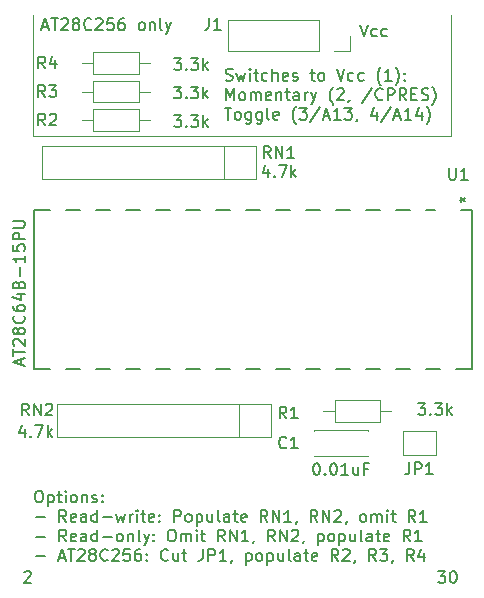
<source format=gto>
G04 #@! TF.GenerationSoftware,KiCad,Pcbnew,(5.1.8)-1*
G04 #@! TF.CreationDate,2021-12-18T01:10:41-08:00*
G04 #@! TF.ProjectId,ensoniq-cartridge,656e736f-6e69-4712-9d63-617274726964,rev?*
G04 #@! TF.SameCoordinates,Original*
G04 #@! TF.FileFunction,Legend,Top*
G04 #@! TF.FilePolarity,Positive*
%FSLAX46Y46*%
G04 Gerber Fmt 4.6, Leading zero omitted, Abs format (unit mm)*
G04 Created by KiCad (PCBNEW (5.1.8)-1) date 2021-12-18 01:10:41*
%MOMM*%
%LPD*%
G01*
G04 APERTURE LIST*
%ADD10C,0.150000*%
%ADD11C,0.120000*%
%ADD12C,0.152400*%
%ADD13R,1.524000X1.524000*%
%ADD14C,1.524000*%
%ADD15O,1.400000X1.400000*%
%ADD16C,1.400000*%
%ADD17C,1.600000*%
%ADD18C,0.100000*%
%ADD19R,1.270000X7.620000*%
%ADD20R,1.000000X1.500000*%
%ADD21O,1.700000X1.700000*%
%ADD22R,1.700000X1.700000*%
%ADD23R,1.600000X1.600000*%
%ADD24O,1.600000X1.600000*%
G04 APERTURE END LIST*
D10*
X103486628Y-77827166D02*
X103962819Y-77827166D01*
X103391390Y-78112880D02*
X103724723Y-77112880D01*
X104058057Y-78112880D01*
X104248533Y-77112880D02*
X104819961Y-77112880D01*
X104534247Y-78112880D02*
X104534247Y-77112880D01*
X105105676Y-77208119D02*
X105153295Y-77160500D01*
X105248533Y-77112880D01*
X105486628Y-77112880D01*
X105581866Y-77160500D01*
X105629485Y-77208119D01*
X105677104Y-77303357D01*
X105677104Y-77398595D01*
X105629485Y-77541452D01*
X105058057Y-78112880D01*
X105677104Y-78112880D01*
X106248533Y-77541452D02*
X106153295Y-77493833D01*
X106105676Y-77446214D01*
X106058057Y-77350976D01*
X106058057Y-77303357D01*
X106105676Y-77208119D01*
X106153295Y-77160500D01*
X106248533Y-77112880D01*
X106439009Y-77112880D01*
X106534247Y-77160500D01*
X106581866Y-77208119D01*
X106629485Y-77303357D01*
X106629485Y-77350976D01*
X106581866Y-77446214D01*
X106534247Y-77493833D01*
X106439009Y-77541452D01*
X106248533Y-77541452D01*
X106153295Y-77589071D01*
X106105676Y-77636690D01*
X106058057Y-77731928D01*
X106058057Y-77922404D01*
X106105676Y-78017642D01*
X106153295Y-78065261D01*
X106248533Y-78112880D01*
X106439009Y-78112880D01*
X106534247Y-78065261D01*
X106581866Y-78017642D01*
X106629485Y-77922404D01*
X106629485Y-77731928D01*
X106581866Y-77636690D01*
X106534247Y-77589071D01*
X106439009Y-77541452D01*
X107629485Y-78017642D02*
X107581866Y-78065261D01*
X107439009Y-78112880D01*
X107343771Y-78112880D01*
X107200914Y-78065261D01*
X107105676Y-77970023D01*
X107058057Y-77874785D01*
X107010438Y-77684309D01*
X107010438Y-77541452D01*
X107058057Y-77350976D01*
X107105676Y-77255738D01*
X107200914Y-77160500D01*
X107343771Y-77112880D01*
X107439009Y-77112880D01*
X107581866Y-77160500D01*
X107629485Y-77208119D01*
X108010438Y-77208119D02*
X108058057Y-77160500D01*
X108153295Y-77112880D01*
X108391390Y-77112880D01*
X108486628Y-77160500D01*
X108534247Y-77208119D01*
X108581866Y-77303357D01*
X108581866Y-77398595D01*
X108534247Y-77541452D01*
X107962819Y-78112880D01*
X108581866Y-78112880D01*
X109486628Y-77112880D02*
X109010438Y-77112880D01*
X108962819Y-77589071D01*
X109010438Y-77541452D01*
X109105676Y-77493833D01*
X109343771Y-77493833D01*
X109439009Y-77541452D01*
X109486628Y-77589071D01*
X109534247Y-77684309D01*
X109534247Y-77922404D01*
X109486628Y-78017642D01*
X109439009Y-78065261D01*
X109343771Y-78112880D01*
X109105676Y-78112880D01*
X109010438Y-78065261D01*
X108962819Y-78017642D01*
X110391390Y-77112880D02*
X110200914Y-77112880D01*
X110105676Y-77160500D01*
X110058057Y-77208119D01*
X109962819Y-77350976D01*
X109915200Y-77541452D01*
X109915200Y-77922404D01*
X109962819Y-78017642D01*
X110010438Y-78065261D01*
X110105676Y-78112880D01*
X110296152Y-78112880D01*
X110391390Y-78065261D01*
X110439009Y-78017642D01*
X110486628Y-77922404D01*
X110486628Y-77684309D01*
X110439009Y-77589071D01*
X110391390Y-77541452D01*
X110296152Y-77493833D01*
X110105676Y-77493833D01*
X110010438Y-77541452D01*
X109962819Y-77589071D01*
X109915200Y-77684309D01*
X111819961Y-78112880D02*
X111724723Y-78065261D01*
X111677104Y-78017642D01*
X111629485Y-77922404D01*
X111629485Y-77636690D01*
X111677104Y-77541452D01*
X111724723Y-77493833D01*
X111819961Y-77446214D01*
X111962819Y-77446214D01*
X112058057Y-77493833D01*
X112105676Y-77541452D01*
X112153295Y-77636690D01*
X112153295Y-77922404D01*
X112105676Y-78017642D01*
X112058057Y-78065261D01*
X111962819Y-78112880D01*
X111819961Y-78112880D01*
X112581866Y-77446214D02*
X112581866Y-78112880D01*
X112581866Y-77541452D02*
X112629485Y-77493833D01*
X112724723Y-77446214D01*
X112867580Y-77446214D01*
X112962819Y-77493833D01*
X113010438Y-77589071D01*
X113010438Y-78112880D01*
X113629485Y-78112880D02*
X113534247Y-78065261D01*
X113486628Y-77970023D01*
X113486628Y-77112880D01*
X113915200Y-77446214D02*
X114153295Y-78112880D01*
X114391390Y-77446214D02*
X114153295Y-78112880D01*
X114058057Y-78350976D01*
X114010438Y-78398595D01*
X113915200Y-78446214D01*
X119020276Y-82346161D02*
X119163133Y-82393780D01*
X119401228Y-82393780D01*
X119496466Y-82346161D01*
X119544085Y-82298542D01*
X119591704Y-82203304D01*
X119591704Y-82108066D01*
X119544085Y-82012828D01*
X119496466Y-81965209D01*
X119401228Y-81917590D01*
X119210752Y-81869971D01*
X119115514Y-81822352D01*
X119067895Y-81774733D01*
X119020276Y-81679495D01*
X119020276Y-81584257D01*
X119067895Y-81489019D01*
X119115514Y-81441400D01*
X119210752Y-81393780D01*
X119448847Y-81393780D01*
X119591704Y-81441400D01*
X119925038Y-81727114D02*
X120115514Y-82393780D01*
X120305990Y-81917590D01*
X120496466Y-82393780D01*
X120686942Y-81727114D01*
X121067895Y-82393780D02*
X121067895Y-81727114D01*
X121067895Y-81393780D02*
X121020276Y-81441400D01*
X121067895Y-81489019D01*
X121115514Y-81441400D01*
X121067895Y-81393780D01*
X121067895Y-81489019D01*
X121401228Y-81727114D02*
X121782180Y-81727114D01*
X121544085Y-81393780D02*
X121544085Y-82250923D01*
X121591704Y-82346161D01*
X121686942Y-82393780D01*
X121782180Y-82393780D01*
X122544085Y-82346161D02*
X122448847Y-82393780D01*
X122258371Y-82393780D01*
X122163133Y-82346161D01*
X122115514Y-82298542D01*
X122067895Y-82203304D01*
X122067895Y-81917590D01*
X122115514Y-81822352D01*
X122163133Y-81774733D01*
X122258371Y-81727114D01*
X122448847Y-81727114D01*
X122544085Y-81774733D01*
X122972657Y-82393780D02*
X122972657Y-81393780D01*
X123401228Y-82393780D02*
X123401228Y-81869971D01*
X123353609Y-81774733D01*
X123258371Y-81727114D01*
X123115514Y-81727114D01*
X123020276Y-81774733D01*
X122972657Y-81822352D01*
X124258371Y-82346161D02*
X124163133Y-82393780D01*
X123972657Y-82393780D01*
X123877419Y-82346161D01*
X123829800Y-82250923D01*
X123829800Y-81869971D01*
X123877419Y-81774733D01*
X123972657Y-81727114D01*
X124163133Y-81727114D01*
X124258371Y-81774733D01*
X124305990Y-81869971D01*
X124305990Y-81965209D01*
X123829800Y-82060447D01*
X124686942Y-82346161D02*
X124782180Y-82393780D01*
X124972657Y-82393780D01*
X125067895Y-82346161D01*
X125115514Y-82250923D01*
X125115514Y-82203304D01*
X125067895Y-82108066D01*
X124972657Y-82060447D01*
X124829800Y-82060447D01*
X124734561Y-82012828D01*
X124686942Y-81917590D01*
X124686942Y-81869971D01*
X124734561Y-81774733D01*
X124829800Y-81727114D01*
X124972657Y-81727114D01*
X125067895Y-81774733D01*
X126163133Y-81727114D02*
X126544085Y-81727114D01*
X126305990Y-81393780D02*
X126305990Y-82250923D01*
X126353609Y-82346161D01*
X126448847Y-82393780D01*
X126544085Y-82393780D01*
X127020276Y-82393780D02*
X126925038Y-82346161D01*
X126877419Y-82298542D01*
X126829800Y-82203304D01*
X126829800Y-81917590D01*
X126877419Y-81822352D01*
X126925038Y-81774733D01*
X127020276Y-81727114D01*
X127163133Y-81727114D01*
X127258371Y-81774733D01*
X127305990Y-81822352D01*
X127353609Y-81917590D01*
X127353609Y-82203304D01*
X127305990Y-82298542D01*
X127258371Y-82346161D01*
X127163133Y-82393780D01*
X127020276Y-82393780D01*
X128401228Y-81393780D02*
X128734561Y-82393780D01*
X129067895Y-81393780D01*
X129829800Y-82346161D02*
X129734561Y-82393780D01*
X129544085Y-82393780D01*
X129448847Y-82346161D01*
X129401228Y-82298542D01*
X129353609Y-82203304D01*
X129353609Y-81917590D01*
X129401228Y-81822352D01*
X129448847Y-81774733D01*
X129544085Y-81727114D01*
X129734561Y-81727114D01*
X129829800Y-81774733D01*
X130686942Y-82346161D02*
X130591704Y-82393780D01*
X130401228Y-82393780D01*
X130305990Y-82346161D01*
X130258371Y-82298542D01*
X130210752Y-82203304D01*
X130210752Y-81917590D01*
X130258371Y-81822352D01*
X130305990Y-81774733D01*
X130401228Y-81727114D01*
X130591704Y-81727114D01*
X130686942Y-81774733D01*
X132163133Y-82774733D02*
X132115514Y-82727114D01*
X132020276Y-82584257D01*
X131972657Y-82489019D01*
X131925038Y-82346161D01*
X131877419Y-82108066D01*
X131877419Y-81917590D01*
X131925038Y-81679495D01*
X131972657Y-81536638D01*
X132020276Y-81441400D01*
X132115514Y-81298542D01*
X132163133Y-81250923D01*
X133067895Y-82393780D02*
X132496466Y-82393780D01*
X132782180Y-82393780D02*
X132782180Y-81393780D01*
X132686942Y-81536638D01*
X132591704Y-81631876D01*
X132496466Y-81679495D01*
X133401228Y-82774733D02*
X133448847Y-82727114D01*
X133544085Y-82584257D01*
X133591704Y-82489019D01*
X133639323Y-82346161D01*
X133686942Y-82108066D01*
X133686942Y-81917590D01*
X133639323Y-81679495D01*
X133591704Y-81536638D01*
X133544085Y-81441400D01*
X133448847Y-81298542D01*
X133401228Y-81250923D01*
X134163133Y-82298542D02*
X134210752Y-82346161D01*
X134163133Y-82393780D01*
X134115514Y-82346161D01*
X134163133Y-82298542D01*
X134163133Y-82393780D01*
X134163133Y-81774733D02*
X134210752Y-81822352D01*
X134163133Y-81869971D01*
X134115514Y-81822352D01*
X134163133Y-81774733D01*
X134163133Y-81869971D01*
X119067895Y-84043780D02*
X119067895Y-83043780D01*
X119401228Y-83758066D01*
X119734561Y-83043780D01*
X119734561Y-84043780D01*
X120353609Y-84043780D02*
X120258371Y-83996161D01*
X120210752Y-83948542D01*
X120163133Y-83853304D01*
X120163133Y-83567590D01*
X120210752Y-83472352D01*
X120258371Y-83424733D01*
X120353609Y-83377114D01*
X120496466Y-83377114D01*
X120591704Y-83424733D01*
X120639323Y-83472352D01*
X120686942Y-83567590D01*
X120686942Y-83853304D01*
X120639323Y-83948542D01*
X120591704Y-83996161D01*
X120496466Y-84043780D01*
X120353609Y-84043780D01*
X121115514Y-84043780D02*
X121115514Y-83377114D01*
X121115514Y-83472352D02*
X121163133Y-83424733D01*
X121258371Y-83377114D01*
X121401228Y-83377114D01*
X121496466Y-83424733D01*
X121544085Y-83519971D01*
X121544085Y-84043780D01*
X121544085Y-83519971D02*
X121591704Y-83424733D01*
X121686942Y-83377114D01*
X121829800Y-83377114D01*
X121925038Y-83424733D01*
X121972657Y-83519971D01*
X121972657Y-84043780D01*
X122829800Y-83996161D02*
X122734561Y-84043780D01*
X122544085Y-84043780D01*
X122448847Y-83996161D01*
X122401228Y-83900923D01*
X122401228Y-83519971D01*
X122448847Y-83424733D01*
X122544085Y-83377114D01*
X122734561Y-83377114D01*
X122829800Y-83424733D01*
X122877419Y-83519971D01*
X122877419Y-83615209D01*
X122401228Y-83710447D01*
X123305990Y-83377114D02*
X123305990Y-84043780D01*
X123305990Y-83472352D02*
X123353609Y-83424733D01*
X123448847Y-83377114D01*
X123591704Y-83377114D01*
X123686942Y-83424733D01*
X123734561Y-83519971D01*
X123734561Y-84043780D01*
X124067895Y-83377114D02*
X124448847Y-83377114D01*
X124210752Y-83043780D02*
X124210752Y-83900923D01*
X124258371Y-83996161D01*
X124353609Y-84043780D01*
X124448847Y-84043780D01*
X125210752Y-84043780D02*
X125210752Y-83519971D01*
X125163133Y-83424733D01*
X125067895Y-83377114D01*
X124877419Y-83377114D01*
X124782180Y-83424733D01*
X125210752Y-83996161D02*
X125115514Y-84043780D01*
X124877419Y-84043780D01*
X124782180Y-83996161D01*
X124734561Y-83900923D01*
X124734561Y-83805685D01*
X124782180Y-83710447D01*
X124877419Y-83662828D01*
X125115514Y-83662828D01*
X125210752Y-83615209D01*
X125686942Y-84043780D02*
X125686942Y-83377114D01*
X125686942Y-83567590D02*
X125734561Y-83472352D01*
X125782180Y-83424733D01*
X125877419Y-83377114D01*
X125972657Y-83377114D01*
X126210752Y-83377114D02*
X126448847Y-84043780D01*
X126686942Y-83377114D02*
X126448847Y-84043780D01*
X126353609Y-84281876D01*
X126305990Y-84329495D01*
X126210752Y-84377114D01*
X128115514Y-84424733D02*
X128067895Y-84377114D01*
X127972657Y-84234257D01*
X127925038Y-84139019D01*
X127877419Y-83996161D01*
X127829800Y-83758066D01*
X127829800Y-83567590D01*
X127877419Y-83329495D01*
X127925038Y-83186638D01*
X127972657Y-83091400D01*
X128067895Y-82948542D01*
X128115514Y-82900923D01*
X128448847Y-83139019D02*
X128496466Y-83091400D01*
X128591704Y-83043780D01*
X128829800Y-83043780D01*
X128925038Y-83091400D01*
X128972657Y-83139019D01*
X129020276Y-83234257D01*
X129020276Y-83329495D01*
X128972657Y-83472352D01*
X128401228Y-84043780D01*
X129020276Y-84043780D01*
X129496466Y-83996161D02*
X129496466Y-84043780D01*
X129448847Y-84139019D01*
X129401228Y-84186638D01*
X131401228Y-82996161D02*
X130544085Y-84281876D01*
X132305990Y-83948542D02*
X132258371Y-83996161D01*
X132115514Y-84043780D01*
X132020276Y-84043780D01*
X131877419Y-83996161D01*
X131782180Y-83900923D01*
X131734561Y-83805685D01*
X131686942Y-83615209D01*
X131686942Y-83472352D01*
X131734561Y-83281876D01*
X131782180Y-83186638D01*
X131877419Y-83091400D01*
X132020276Y-83043780D01*
X132115514Y-83043780D01*
X132258371Y-83091400D01*
X132305990Y-83139019D01*
X132734561Y-84043780D02*
X132734561Y-83043780D01*
X133115514Y-83043780D01*
X133210752Y-83091400D01*
X133258371Y-83139019D01*
X133305990Y-83234257D01*
X133305990Y-83377114D01*
X133258371Y-83472352D01*
X133210752Y-83519971D01*
X133115514Y-83567590D01*
X132734561Y-83567590D01*
X134305990Y-84043780D02*
X133972657Y-83567590D01*
X133734561Y-84043780D02*
X133734561Y-83043780D01*
X134115514Y-83043780D01*
X134210752Y-83091400D01*
X134258371Y-83139019D01*
X134305990Y-83234257D01*
X134305990Y-83377114D01*
X134258371Y-83472352D01*
X134210752Y-83519971D01*
X134115514Y-83567590D01*
X133734561Y-83567590D01*
X134734561Y-83519971D02*
X135067895Y-83519971D01*
X135210752Y-84043780D02*
X134734561Y-84043780D01*
X134734561Y-83043780D01*
X135210752Y-83043780D01*
X135591704Y-83996161D02*
X135734561Y-84043780D01*
X135972657Y-84043780D01*
X136067895Y-83996161D01*
X136115514Y-83948542D01*
X136163133Y-83853304D01*
X136163133Y-83758066D01*
X136115514Y-83662828D01*
X136067895Y-83615209D01*
X135972657Y-83567590D01*
X135782180Y-83519971D01*
X135686942Y-83472352D01*
X135639323Y-83424733D01*
X135591704Y-83329495D01*
X135591704Y-83234257D01*
X135639323Y-83139019D01*
X135686942Y-83091400D01*
X135782180Y-83043780D01*
X136020276Y-83043780D01*
X136163133Y-83091400D01*
X136496466Y-84424733D02*
X136544085Y-84377114D01*
X136639323Y-84234257D01*
X136686942Y-84139019D01*
X136734561Y-83996161D01*
X136782180Y-83758066D01*
X136782180Y-83567590D01*
X136734561Y-83329495D01*
X136686942Y-83186638D01*
X136639323Y-83091400D01*
X136544085Y-82948542D01*
X136496466Y-82900923D01*
X118925038Y-84693780D02*
X119496466Y-84693780D01*
X119210752Y-85693780D02*
X119210752Y-84693780D01*
X119972657Y-85693780D02*
X119877419Y-85646161D01*
X119829800Y-85598542D01*
X119782180Y-85503304D01*
X119782180Y-85217590D01*
X119829800Y-85122352D01*
X119877419Y-85074733D01*
X119972657Y-85027114D01*
X120115514Y-85027114D01*
X120210752Y-85074733D01*
X120258371Y-85122352D01*
X120305990Y-85217590D01*
X120305990Y-85503304D01*
X120258371Y-85598542D01*
X120210752Y-85646161D01*
X120115514Y-85693780D01*
X119972657Y-85693780D01*
X121163133Y-85027114D02*
X121163133Y-85836638D01*
X121115514Y-85931876D01*
X121067895Y-85979495D01*
X120972657Y-86027114D01*
X120829800Y-86027114D01*
X120734561Y-85979495D01*
X121163133Y-85646161D02*
X121067895Y-85693780D01*
X120877419Y-85693780D01*
X120782180Y-85646161D01*
X120734561Y-85598542D01*
X120686942Y-85503304D01*
X120686942Y-85217590D01*
X120734561Y-85122352D01*
X120782180Y-85074733D01*
X120877419Y-85027114D01*
X121067895Y-85027114D01*
X121163133Y-85074733D01*
X122067895Y-85027114D02*
X122067895Y-85836638D01*
X122020276Y-85931876D01*
X121972657Y-85979495D01*
X121877419Y-86027114D01*
X121734561Y-86027114D01*
X121639323Y-85979495D01*
X122067895Y-85646161D02*
X121972657Y-85693780D01*
X121782180Y-85693780D01*
X121686942Y-85646161D01*
X121639323Y-85598542D01*
X121591704Y-85503304D01*
X121591704Y-85217590D01*
X121639323Y-85122352D01*
X121686942Y-85074733D01*
X121782180Y-85027114D01*
X121972657Y-85027114D01*
X122067895Y-85074733D01*
X122686942Y-85693780D02*
X122591704Y-85646161D01*
X122544085Y-85550923D01*
X122544085Y-84693780D01*
X123448847Y-85646161D02*
X123353609Y-85693780D01*
X123163133Y-85693780D01*
X123067895Y-85646161D01*
X123020276Y-85550923D01*
X123020276Y-85169971D01*
X123067895Y-85074733D01*
X123163133Y-85027114D01*
X123353609Y-85027114D01*
X123448847Y-85074733D01*
X123496466Y-85169971D01*
X123496466Y-85265209D01*
X123020276Y-85360447D01*
X124972657Y-86074733D02*
X124925038Y-86027114D01*
X124829800Y-85884257D01*
X124782180Y-85789019D01*
X124734561Y-85646161D01*
X124686942Y-85408066D01*
X124686942Y-85217590D01*
X124734561Y-84979495D01*
X124782180Y-84836638D01*
X124829800Y-84741400D01*
X124925038Y-84598542D01*
X124972657Y-84550923D01*
X125258371Y-84693780D02*
X125877419Y-84693780D01*
X125544085Y-85074733D01*
X125686942Y-85074733D01*
X125782180Y-85122352D01*
X125829800Y-85169971D01*
X125877419Y-85265209D01*
X125877419Y-85503304D01*
X125829800Y-85598542D01*
X125782180Y-85646161D01*
X125686942Y-85693780D01*
X125401228Y-85693780D01*
X125305990Y-85646161D01*
X125258371Y-85598542D01*
X127020276Y-84646161D02*
X126163133Y-85931876D01*
X127305990Y-85408066D02*
X127782180Y-85408066D01*
X127210752Y-85693780D02*
X127544085Y-84693780D01*
X127877419Y-85693780D01*
X128734561Y-85693780D02*
X128163133Y-85693780D01*
X128448847Y-85693780D02*
X128448847Y-84693780D01*
X128353609Y-84836638D01*
X128258371Y-84931876D01*
X128163133Y-84979495D01*
X129067895Y-84693780D02*
X129686942Y-84693780D01*
X129353609Y-85074733D01*
X129496466Y-85074733D01*
X129591704Y-85122352D01*
X129639323Y-85169971D01*
X129686942Y-85265209D01*
X129686942Y-85503304D01*
X129639323Y-85598542D01*
X129591704Y-85646161D01*
X129496466Y-85693780D01*
X129210752Y-85693780D01*
X129115514Y-85646161D01*
X129067895Y-85598542D01*
X130163133Y-85646161D02*
X130163133Y-85693780D01*
X130115514Y-85789019D01*
X130067895Y-85836638D01*
X131782180Y-85027114D02*
X131782180Y-85693780D01*
X131544085Y-84646161D02*
X131305990Y-85360447D01*
X131925038Y-85360447D01*
X133020276Y-84646161D02*
X132163133Y-85931876D01*
X133305990Y-85408066D02*
X133782180Y-85408066D01*
X133210752Y-85693780D02*
X133544085Y-84693780D01*
X133877419Y-85693780D01*
X134734561Y-85693780D02*
X134163133Y-85693780D01*
X134448847Y-85693780D02*
X134448847Y-84693780D01*
X134353609Y-84836638D01*
X134258371Y-84931876D01*
X134163133Y-84979495D01*
X135591704Y-85027114D02*
X135591704Y-85693780D01*
X135353609Y-84646161D02*
X135115514Y-85360447D01*
X135734561Y-85360447D01*
X136020276Y-86074733D02*
X136067895Y-86027114D01*
X136163133Y-85884257D01*
X136210752Y-85789019D01*
X136258371Y-85646161D01*
X136305990Y-85408066D01*
X136305990Y-85217590D01*
X136258371Y-84979495D01*
X136210752Y-84836638D01*
X136163133Y-84741400D01*
X136067895Y-84598542D01*
X136020276Y-84550923D01*
X103116671Y-117106680D02*
X103307147Y-117106680D01*
X103402385Y-117154300D01*
X103497623Y-117249538D01*
X103545242Y-117440014D01*
X103545242Y-117773347D01*
X103497623Y-117963823D01*
X103402385Y-118059061D01*
X103307147Y-118106680D01*
X103116671Y-118106680D01*
X103021433Y-118059061D01*
X102926195Y-117963823D01*
X102878576Y-117773347D01*
X102878576Y-117440014D01*
X102926195Y-117249538D01*
X103021433Y-117154300D01*
X103116671Y-117106680D01*
X103973814Y-117440014D02*
X103973814Y-118440014D01*
X103973814Y-117487633D02*
X104069052Y-117440014D01*
X104259528Y-117440014D01*
X104354766Y-117487633D01*
X104402385Y-117535252D01*
X104450004Y-117630490D01*
X104450004Y-117916204D01*
X104402385Y-118011442D01*
X104354766Y-118059061D01*
X104259528Y-118106680D01*
X104069052Y-118106680D01*
X103973814Y-118059061D01*
X104735719Y-117440014D02*
X105116671Y-117440014D01*
X104878576Y-117106680D02*
X104878576Y-117963823D01*
X104926195Y-118059061D01*
X105021433Y-118106680D01*
X105116671Y-118106680D01*
X105450004Y-118106680D02*
X105450004Y-117440014D01*
X105450004Y-117106680D02*
X105402385Y-117154300D01*
X105450004Y-117201919D01*
X105497623Y-117154300D01*
X105450004Y-117106680D01*
X105450004Y-117201919D01*
X106069052Y-118106680D02*
X105973814Y-118059061D01*
X105926195Y-118011442D01*
X105878576Y-117916204D01*
X105878576Y-117630490D01*
X105926195Y-117535252D01*
X105973814Y-117487633D01*
X106069052Y-117440014D01*
X106211909Y-117440014D01*
X106307147Y-117487633D01*
X106354766Y-117535252D01*
X106402385Y-117630490D01*
X106402385Y-117916204D01*
X106354766Y-118011442D01*
X106307147Y-118059061D01*
X106211909Y-118106680D01*
X106069052Y-118106680D01*
X106830957Y-117440014D02*
X106830957Y-118106680D01*
X106830957Y-117535252D02*
X106878576Y-117487633D01*
X106973814Y-117440014D01*
X107116671Y-117440014D01*
X107211909Y-117487633D01*
X107259528Y-117582871D01*
X107259528Y-118106680D01*
X107688100Y-118059061D02*
X107783338Y-118106680D01*
X107973814Y-118106680D01*
X108069052Y-118059061D01*
X108116671Y-117963823D01*
X108116671Y-117916204D01*
X108069052Y-117820966D01*
X107973814Y-117773347D01*
X107830957Y-117773347D01*
X107735719Y-117725728D01*
X107688100Y-117630490D01*
X107688100Y-117582871D01*
X107735719Y-117487633D01*
X107830957Y-117440014D01*
X107973814Y-117440014D01*
X108069052Y-117487633D01*
X108545242Y-118011442D02*
X108592861Y-118059061D01*
X108545242Y-118106680D01*
X108497623Y-118059061D01*
X108545242Y-118011442D01*
X108545242Y-118106680D01*
X108545242Y-117487633D02*
X108592861Y-117535252D01*
X108545242Y-117582871D01*
X108497623Y-117535252D01*
X108545242Y-117487633D01*
X108545242Y-117582871D01*
X102926195Y-119375728D02*
X103688100Y-119375728D01*
X105497623Y-119756680D02*
X105164290Y-119280490D01*
X104926195Y-119756680D02*
X104926195Y-118756680D01*
X105307147Y-118756680D01*
X105402385Y-118804300D01*
X105450004Y-118851919D01*
X105497623Y-118947157D01*
X105497623Y-119090014D01*
X105450004Y-119185252D01*
X105402385Y-119232871D01*
X105307147Y-119280490D01*
X104926195Y-119280490D01*
X106307147Y-119709061D02*
X106211909Y-119756680D01*
X106021433Y-119756680D01*
X105926195Y-119709061D01*
X105878576Y-119613823D01*
X105878576Y-119232871D01*
X105926195Y-119137633D01*
X106021433Y-119090014D01*
X106211909Y-119090014D01*
X106307147Y-119137633D01*
X106354766Y-119232871D01*
X106354766Y-119328109D01*
X105878576Y-119423347D01*
X107211909Y-119756680D02*
X107211909Y-119232871D01*
X107164290Y-119137633D01*
X107069052Y-119090014D01*
X106878576Y-119090014D01*
X106783338Y-119137633D01*
X107211909Y-119709061D02*
X107116671Y-119756680D01*
X106878576Y-119756680D01*
X106783338Y-119709061D01*
X106735719Y-119613823D01*
X106735719Y-119518585D01*
X106783338Y-119423347D01*
X106878576Y-119375728D01*
X107116671Y-119375728D01*
X107211909Y-119328109D01*
X108116671Y-119756680D02*
X108116671Y-118756680D01*
X108116671Y-119709061D02*
X108021433Y-119756680D01*
X107830957Y-119756680D01*
X107735719Y-119709061D01*
X107688100Y-119661442D01*
X107640480Y-119566204D01*
X107640480Y-119280490D01*
X107688100Y-119185252D01*
X107735719Y-119137633D01*
X107830957Y-119090014D01*
X108021433Y-119090014D01*
X108116671Y-119137633D01*
X108592861Y-119375728D02*
X109354766Y-119375728D01*
X109735719Y-119090014D02*
X109926195Y-119756680D01*
X110116671Y-119280490D01*
X110307147Y-119756680D01*
X110497623Y-119090014D01*
X110878576Y-119756680D02*
X110878576Y-119090014D01*
X110878576Y-119280490D02*
X110926195Y-119185252D01*
X110973814Y-119137633D01*
X111069052Y-119090014D01*
X111164290Y-119090014D01*
X111497623Y-119756680D02*
X111497623Y-119090014D01*
X111497623Y-118756680D02*
X111450004Y-118804300D01*
X111497623Y-118851919D01*
X111545242Y-118804300D01*
X111497623Y-118756680D01*
X111497623Y-118851919D01*
X111830957Y-119090014D02*
X112211909Y-119090014D01*
X111973814Y-118756680D02*
X111973814Y-119613823D01*
X112021433Y-119709061D01*
X112116671Y-119756680D01*
X112211909Y-119756680D01*
X112926195Y-119709061D02*
X112830957Y-119756680D01*
X112640480Y-119756680D01*
X112545242Y-119709061D01*
X112497623Y-119613823D01*
X112497623Y-119232871D01*
X112545242Y-119137633D01*
X112640480Y-119090014D01*
X112830957Y-119090014D01*
X112926195Y-119137633D01*
X112973814Y-119232871D01*
X112973814Y-119328109D01*
X112497623Y-119423347D01*
X113402385Y-119661442D02*
X113450004Y-119709061D01*
X113402385Y-119756680D01*
X113354766Y-119709061D01*
X113402385Y-119661442D01*
X113402385Y-119756680D01*
X113402385Y-119137633D02*
X113450004Y-119185252D01*
X113402385Y-119232871D01*
X113354766Y-119185252D01*
X113402385Y-119137633D01*
X113402385Y-119232871D01*
X114640480Y-119756680D02*
X114640480Y-118756680D01*
X115021433Y-118756680D01*
X115116671Y-118804300D01*
X115164290Y-118851919D01*
X115211909Y-118947157D01*
X115211909Y-119090014D01*
X115164290Y-119185252D01*
X115116671Y-119232871D01*
X115021433Y-119280490D01*
X114640480Y-119280490D01*
X115783338Y-119756680D02*
X115688100Y-119709061D01*
X115640480Y-119661442D01*
X115592861Y-119566204D01*
X115592861Y-119280490D01*
X115640480Y-119185252D01*
X115688100Y-119137633D01*
X115783338Y-119090014D01*
X115926195Y-119090014D01*
X116021433Y-119137633D01*
X116069052Y-119185252D01*
X116116671Y-119280490D01*
X116116671Y-119566204D01*
X116069052Y-119661442D01*
X116021433Y-119709061D01*
X115926195Y-119756680D01*
X115783338Y-119756680D01*
X116545242Y-119090014D02*
X116545242Y-120090014D01*
X116545242Y-119137633D02*
X116640480Y-119090014D01*
X116830957Y-119090014D01*
X116926195Y-119137633D01*
X116973814Y-119185252D01*
X117021433Y-119280490D01*
X117021433Y-119566204D01*
X116973814Y-119661442D01*
X116926195Y-119709061D01*
X116830957Y-119756680D01*
X116640480Y-119756680D01*
X116545242Y-119709061D01*
X117878576Y-119090014D02*
X117878576Y-119756680D01*
X117450004Y-119090014D02*
X117450004Y-119613823D01*
X117497623Y-119709061D01*
X117592861Y-119756680D01*
X117735719Y-119756680D01*
X117830957Y-119709061D01*
X117878576Y-119661442D01*
X118497623Y-119756680D02*
X118402385Y-119709061D01*
X118354766Y-119613823D01*
X118354766Y-118756680D01*
X119307147Y-119756680D02*
X119307147Y-119232871D01*
X119259528Y-119137633D01*
X119164290Y-119090014D01*
X118973814Y-119090014D01*
X118878576Y-119137633D01*
X119307147Y-119709061D02*
X119211909Y-119756680D01*
X118973814Y-119756680D01*
X118878576Y-119709061D01*
X118830957Y-119613823D01*
X118830957Y-119518585D01*
X118878576Y-119423347D01*
X118973814Y-119375728D01*
X119211909Y-119375728D01*
X119307147Y-119328109D01*
X119640480Y-119090014D02*
X120021433Y-119090014D01*
X119783338Y-118756680D02*
X119783338Y-119613823D01*
X119830957Y-119709061D01*
X119926195Y-119756680D01*
X120021433Y-119756680D01*
X120735719Y-119709061D02*
X120640480Y-119756680D01*
X120450004Y-119756680D01*
X120354766Y-119709061D01*
X120307147Y-119613823D01*
X120307147Y-119232871D01*
X120354766Y-119137633D01*
X120450004Y-119090014D01*
X120640480Y-119090014D01*
X120735719Y-119137633D01*
X120783338Y-119232871D01*
X120783338Y-119328109D01*
X120307147Y-119423347D01*
X122545242Y-119756680D02*
X122211909Y-119280490D01*
X121973814Y-119756680D02*
X121973814Y-118756680D01*
X122354766Y-118756680D01*
X122450004Y-118804300D01*
X122497623Y-118851919D01*
X122545242Y-118947157D01*
X122545242Y-119090014D01*
X122497623Y-119185252D01*
X122450004Y-119232871D01*
X122354766Y-119280490D01*
X121973814Y-119280490D01*
X122973814Y-119756680D02*
X122973814Y-118756680D01*
X123545242Y-119756680D01*
X123545242Y-118756680D01*
X124545242Y-119756680D02*
X123973814Y-119756680D01*
X124259528Y-119756680D02*
X124259528Y-118756680D01*
X124164290Y-118899538D01*
X124069052Y-118994776D01*
X123973814Y-119042395D01*
X125021433Y-119709061D02*
X125021433Y-119756680D01*
X124973814Y-119851919D01*
X124926195Y-119899538D01*
X126783338Y-119756680D02*
X126450004Y-119280490D01*
X126211909Y-119756680D02*
X126211909Y-118756680D01*
X126592861Y-118756680D01*
X126688100Y-118804300D01*
X126735719Y-118851919D01*
X126783338Y-118947157D01*
X126783338Y-119090014D01*
X126735719Y-119185252D01*
X126688100Y-119232871D01*
X126592861Y-119280490D01*
X126211909Y-119280490D01*
X127211909Y-119756680D02*
X127211909Y-118756680D01*
X127783338Y-119756680D01*
X127783338Y-118756680D01*
X128211909Y-118851919D02*
X128259528Y-118804300D01*
X128354766Y-118756680D01*
X128592861Y-118756680D01*
X128688100Y-118804300D01*
X128735719Y-118851919D01*
X128783338Y-118947157D01*
X128783338Y-119042395D01*
X128735719Y-119185252D01*
X128164290Y-119756680D01*
X128783338Y-119756680D01*
X129259528Y-119709061D02*
X129259528Y-119756680D01*
X129211909Y-119851919D01*
X129164290Y-119899538D01*
X130592861Y-119756680D02*
X130497623Y-119709061D01*
X130450004Y-119661442D01*
X130402385Y-119566204D01*
X130402385Y-119280490D01*
X130450004Y-119185252D01*
X130497623Y-119137633D01*
X130592861Y-119090014D01*
X130735719Y-119090014D01*
X130830957Y-119137633D01*
X130878576Y-119185252D01*
X130926195Y-119280490D01*
X130926195Y-119566204D01*
X130878576Y-119661442D01*
X130830957Y-119709061D01*
X130735719Y-119756680D01*
X130592861Y-119756680D01*
X131354766Y-119756680D02*
X131354766Y-119090014D01*
X131354766Y-119185252D02*
X131402385Y-119137633D01*
X131497623Y-119090014D01*
X131640480Y-119090014D01*
X131735719Y-119137633D01*
X131783338Y-119232871D01*
X131783338Y-119756680D01*
X131783338Y-119232871D02*
X131830957Y-119137633D01*
X131926195Y-119090014D01*
X132069052Y-119090014D01*
X132164290Y-119137633D01*
X132211909Y-119232871D01*
X132211909Y-119756680D01*
X132688100Y-119756680D02*
X132688100Y-119090014D01*
X132688100Y-118756680D02*
X132640480Y-118804300D01*
X132688100Y-118851919D01*
X132735719Y-118804300D01*
X132688100Y-118756680D01*
X132688100Y-118851919D01*
X133021433Y-119090014D02*
X133402385Y-119090014D01*
X133164290Y-118756680D02*
X133164290Y-119613823D01*
X133211909Y-119709061D01*
X133307147Y-119756680D01*
X133402385Y-119756680D01*
X135069052Y-119756680D02*
X134735719Y-119280490D01*
X134497623Y-119756680D02*
X134497623Y-118756680D01*
X134878576Y-118756680D01*
X134973814Y-118804300D01*
X135021433Y-118851919D01*
X135069052Y-118947157D01*
X135069052Y-119090014D01*
X135021433Y-119185252D01*
X134973814Y-119232871D01*
X134878576Y-119280490D01*
X134497623Y-119280490D01*
X136021433Y-119756680D02*
X135450004Y-119756680D01*
X135735719Y-119756680D02*
X135735719Y-118756680D01*
X135640480Y-118899538D01*
X135545242Y-118994776D01*
X135450004Y-119042395D01*
X102926195Y-121025728D02*
X103688100Y-121025728D01*
X105497623Y-121406680D02*
X105164290Y-120930490D01*
X104926195Y-121406680D02*
X104926195Y-120406680D01*
X105307147Y-120406680D01*
X105402385Y-120454300D01*
X105450004Y-120501919D01*
X105497623Y-120597157D01*
X105497623Y-120740014D01*
X105450004Y-120835252D01*
X105402385Y-120882871D01*
X105307147Y-120930490D01*
X104926195Y-120930490D01*
X106307147Y-121359061D02*
X106211909Y-121406680D01*
X106021433Y-121406680D01*
X105926195Y-121359061D01*
X105878576Y-121263823D01*
X105878576Y-120882871D01*
X105926195Y-120787633D01*
X106021433Y-120740014D01*
X106211909Y-120740014D01*
X106307147Y-120787633D01*
X106354766Y-120882871D01*
X106354766Y-120978109D01*
X105878576Y-121073347D01*
X107211909Y-121406680D02*
X107211909Y-120882871D01*
X107164290Y-120787633D01*
X107069052Y-120740014D01*
X106878576Y-120740014D01*
X106783338Y-120787633D01*
X107211909Y-121359061D02*
X107116671Y-121406680D01*
X106878576Y-121406680D01*
X106783338Y-121359061D01*
X106735719Y-121263823D01*
X106735719Y-121168585D01*
X106783338Y-121073347D01*
X106878576Y-121025728D01*
X107116671Y-121025728D01*
X107211909Y-120978109D01*
X108116671Y-121406680D02*
X108116671Y-120406680D01*
X108116671Y-121359061D02*
X108021433Y-121406680D01*
X107830957Y-121406680D01*
X107735719Y-121359061D01*
X107688100Y-121311442D01*
X107640480Y-121216204D01*
X107640480Y-120930490D01*
X107688100Y-120835252D01*
X107735719Y-120787633D01*
X107830957Y-120740014D01*
X108021433Y-120740014D01*
X108116671Y-120787633D01*
X108592861Y-121025728D02*
X109354766Y-121025728D01*
X109973814Y-121406680D02*
X109878576Y-121359061D01*
X109830957Y-121311442D01*
X109783338Y-121216204D01*
X109783338Y-120930490D01*
X109830957Y-120835252D01*
X109878576Y-120787633D01*
X109973814Y-120740014D01*
X110116671Y-120740014D01*
X110211909Y-120787633D01*
X110259528Y-120835252D01*
X110307147Y-120930490D01*
X110307147Y-121216204D01*
X110259528Y-121311442D01*
X110211909Y-121359061D01*
X110116671Y-121406680D01*
X109973814Y-121406680D01*
X110735719Y-120740014D02*
X110735719Y-121406680D01*
X110735719Y-120835252D02*
X110783338Y-120787633D01*
X110878576Y-120740014D01*
X111021433Y-120740014D01*
X111116671Y-120787633D01*
X111164290Y-120882871D01*
X111164290Y-121406680D01*
X111783338Y-121406680D02*
X111688100Y-121359061D01*
X111640480Y-121263823D01*
X111640480Y-120406680D01*
X112069052Y-120740014D02*
X112307147Y-121406680D01*
X112545242Y-120740014D02*
X112307147Y-121406680D01*
X112211909Y-121644776D01*
X112164290Y-121692395D01*
X112069052Y-121740014D01*
X112926195Y-121311442D02*
X112973814Y-121359061D01*
X112926195Y-121406680D01*
X112878576Y-121359061D01*
X112926195Y-121311442D01*
X112926195Y-121406680D01*
X112926195Y-120787633D02*
X112973814Y-120835252D01*
X112926195Y-120882871D01*
X112878576Y-120835252D01*
X112926195Y-120787633D01*
X112926195Y-120882871D01*
X114354766Y-120406680D02*
X114545242Y-120406680D01*
X114640480Y-120454300D01*
X114735719Y-120549538D01*
X114783338Y-120740014D01*
X114783338Y-121073347D01*
X114735719Y-121263823D01*
X114640480Y-121359061D01*
X114545242Y-121406680D01*
X114354766Y-121406680D01*
X114259528Y-121359061D01*
X114164290Y-121263823D01*
X114116671Y-121073347D01*
X114116671Y-120740014D01*
X114164290Y-120549538D01*
X114259528Y-120454300D01*
X114354766Y-120406680D01*
X115211909Y-121406680D02*
X115211909Y-120740014D01*
X115211909Y-120835252D02*
X115259528Y-120787633D01*
X115354766Y-120740014D01*
X115497623Y-120740014D01*
X115592861Y-120787633D01*
X115640480Y-120882871D01*
X115640480Y-121406680D01*
X115640480Y-120882871D02*
X115688100Y-120787633D01*
X115783338Y-120740014D01*
X115926195Y-120740014D01*
X116021433Y-120787633D01*
X116069052Y-120882871D01*
X116069052Y-121406680D01*
X116545242Y-121406680D02*
X116545242Y-120740014D01*
X116545242Y-120406680D02*
X116497623Y-120454300D01*
X116545242Y-120501919D01*
X116592861Y-120454300D01*
X116545242Y-120406680D01*
X116545242Y-120501919D01*
X116878576Y-120740014D02*
X117259528Y-120740014D01*
X117021433Y-120406680D02*
X117021433Y-121263823D01*
X117069052Y-121359061D01*
X117164290Y-121406680D01*
X117259528Y-121406680D01*
X118926195Y-121406680D02*
X118592861Y-120930490D01*
X118354766Y-121406680D02*
X118354766Y-120406680D01*
X118735719Y-120406680D01*
X118830957Y-120454300D01*
X118878576Y-120501919D01*
X118926195Y-120597157D01*
X118926195Y-120740014D01*
X118878576Y-120835252D01*
X118830957Y-120882871D01*
X118735719Y-120930490D01*
X118354766Y-120930490D01*
X119354766Y-121406680D02*
X119354766Y-120406680D01*
X119926195Y-121406680D01*
X119926195Y-120406680D01*
X120926195Y-121406680D02*
X120354766Y-121406680D01*
X120640480Y-121406680D02*
X120640480Y-120406680D01*
X120545242Y-120549538D01*
X120450004Y-120644776D01*
X120354766Y-120692395D01*
X121402385Y-121359061D02*
X121402385Y-121406680D01*
X121354766Y-121501919D01*
X121307147Y-121549538D01*
X123164290Y-121406680D02*
X122830957Y-120930490D01*
X122592861Y-121406680D02*
X122592861Y-120406680D01*
X122973814Y-120406680D01*
X123069052Y-120454300D01*
X123116671Y-120501919D01*
X123164290Y-120597157D01*
X123164290Y-120740014D01*
X123116671Y-120835252D01*
X123069052Y-120882871D01*
X122973814Y-120930490D01*
X122592861Y-120930490D01*
X123592861Y-121406680D02*
X123592861Y-120406680D01*
X124164290Y-121406680D01*
X124164290Y-120406680D01*
X124592861Y-120501919D02*
X124640480Y-120454300D01*
X124735719Y-120406680D01*
X124973814Y-120406680D01*
X125069052Y-120454300D01*
X125116671Y-120501919D01*
X125164290Y-120597157D01*
X125164290Y-120692395D01*
X125116671Y-120835252D01*
X124545242Y-121406680D01*
X125164290Y-121406680D01*
X125640480Y-121359061D02*
X125640480Y-121406680D01*
X125592861Y-121501919D01*
X125545242Y-121549538D01*
X126830957Y-120740014D02*
X126830957Y-121740014D01*
X126830957Y-120787633D02*
X126926195Y-120740014D01*
X127116671Y-120740014D01*
X127211909Y-120787633D01*
X127259528Y-120835252D01*
X127307147Y-120930490D01*
X127307147Y-121216204D01*
X127259528Y-121311442D01*
X127211909Y-121359061D01*
X127116671Y-121406680D01*
X126926195Y-121406680D01*
X126830957Y-121359061D01*
X127878576Y-121406680D02*
X127783338Y-121359061D01*
X127735719Y-121311442D01*
X127688100Y-121216204D01*
X127688100Y-120930490D01*
X127735719Y-120835252D01*
X127783338Y-120787633D01*
X127878576Y-120740014D01*
X128021433Y-120740014D01*
X128116671Y-120787633D01*
X128164290Y-120835252D01*
X128211909Y-120930490D01*
X128211909Y-121216204D01*
X128164290Y-121311442D01*
X128116671Y-121359061D01*
X128021433Y-121406680D01*
X127878576Y-121406680D01*
X128640480Y-120740014D02*
X128640480Y-121740014D01*
X128640480Y-120787633D02*
X128735719Y-120740014D01*
X128926195Y-120740014D01*
X129021433Y-120787633D01*
X129069052Y-120835252D01*
X129116671Y-120930490D01*
X129116671Y-121216204D01*
X129069052Y-121311442D01*
X129021433Y-121359061D01*
X128926195Y-121406680D01*
X128735719Y-121406680D01*
X128640480Y-121359061D01*
X129973814Y-120740014D02*
X129973814Y-121406680D01*
X129545242Y-120740014D02*
X129545242Y-121263823D01*
X129592861Y-121359061D01*
X129688100Y-121406680D01*
X129830957Y-121406680D01*
X129926195Y-121359061D01*
X129973814Y-121311442D01*
X130592861Y-121406680D02*
X130497623Y-121359061D01*
X130450004Y-121263823D01*
X130450004Y-120406680D01*
X131402385Y-121406680D02*
X131402385Y-120882871D01*
X131354766Y-120787633D01*
X131259528Y-120740014D01*
X131069052Y-120740014D01*
X130973814Y-120787633D01*
X131402385Y-121359061D02*
X131307147Y-121406680D01*
X131069052Y-121406680D01*
X130973814Y-121359061D01*
X130926195Y-121263823D01*
X130926195Y-121168585D01*
X130973814Y-121073347D01*
X131069052Y-121025728D01*
X131307147Y-121025728D01*
X131402385Y-120978109D01*
X131735719Y-120740014D02*
X132116671Y-120740014D01*
X131878576Y-120406680D02*
X131878576Y-121263823D01*
X131926195Y-121359061D01*
X132021433Y-121406680D01*
X132116671Y-121406680D01*
X132830957Y-121359061D02*
X132735719Y-121406680D01*
X132545242Y-121406680D01*
X132450004Y-121359061D01*
X132402385Y-121263823D01*
X132402385Y-120882871D01*
X132450004Y-120787633D01*
X132545242Y-120740014D01*
X132735719Y-120740014D01*
X132830957Y-120787633D01*
X132878576Y-120882871D01*
X132878576Y-120978109D01*
X132402385Y-121073347D01*
X134640480Y-121406680D02*
X134307147Y-120930490D01*
X134069052Y-121406680D02*
X134069052Y-120406680D01*
X134450004Y-120406680D01*
X134545242Y-120454300D01*
X134592861Y-120501919D01*
X134640480Y-120597157D01*
X134640480Y-120740014D01*
X134592861Y-120835252D01*
X134545242Y-120882871D01*
X134450004Y-120930490D01*
X134069052Y-120930490D01*
X135592861Y-121406680D02*
X135021433Y-121406680D01*
X135307147Y-121406680D02*
X135307147Y-120406680D01*
X135211909Y-120549538D01*
X135116671Y-120644776D01*
X135021433Y-120692395D01*
X102926195Y-122675728D02*
X103688100Y-122675728D01*
X104878576Y-122770966D02*
X105354766Y-122770966D01*
X104783338Y-123056680D02*
X105116671Y-122056680D01*
X105450004Y-123056680D01*
X105640480Y-122056680D02*
X106211909Y-122056680D01*
X105926195Y-123056680D02*
X105926195Y-122056680D01*
X106497623Y-122151919D02*
X106545242Y-122104300D01*
X106640480Y-122056680D01*
X106878576Y-122056680D01*
X106973814Y-122104300D01*
X107021433Y-122151919D01*
X107069052Y-122247157D01*
X107069052Y-122342395D01*
X107021433Y-122485252D01*
X106450004Y-123056680D01*
X107069052Y-123056680D01*
X107640480Y-122485252D02*
X107545242Y-122437633D01*
X107497623Y-122390014D01*
X107450004Y-122294776D01*
X107450004Y-122247157D01*
X107497623Y-122151919D01*
X107545242Y-122104300D01*
X107640480Y-122056680D01*
X107830957Y-122056680D01*
X107926195Y-122104300D01*
X107973814Y-122151919D01*
X108021433Y-122247157D01*
X108021433Y-122294776D01*
X107973814Y-122390014D01*
X107926195Y-122437633D01*
X107830957Y-122485252D01*
X107640480Y-122485252D01*
X107545242Y-122532871D01*
X107497623Y-122580490D01*
X107450004Y-122675728D01*
X107450004Y-122866204D01*
X107497623Y-122961442D01*
X107545242Y-123009061D01*
X107640480Y-123056680D01*
X107830957Y-123056680D01*
X107926195Y-123009061D01*
X107973814Y-122961442D01*
X108021433Y-122866204D01*
X108021433Y-122675728D01*
X107973814Y-122580490D01*
X107926195Y-122532871D01*
X107830957Y-122485252D01*
X109021433Y-122961442D02*
X108973814Y-123009061D01*
X108830957Y-123056680D01*
X108735719Y-123056680D01*
X108592861Y-123009061D01*
X108497623Y-122913823D01*
X108450004Y-122818585D01*
X108402385Y-122628109D01*
X108402385Y-122485252D01*
X108450004Y-122294776D01*
X108497623Y-122199538D01*
X108592861Y-122104300D01*
X108735719Y-122056680D01*
X108830957Y-122056680D01*
X108973814Y-122104300D01*
X109021433Y-122151919D01*
X109402385Y-122151919D02*
X109450004Y-122104300D01*
X109545242Y-122056680D01*
X109783338Y-122056680D01*
X109878576Y-122104300D01*
X109926195Y-122151919D01*
X109973814Y-122247157D01*
X109973814Y-122342395D01*
X109926195Y-122485252D01*
X109354766Y-123056680D01*
X109973814Y-123056680D01*
X110878576Y-122056680D02*
X110402385Y-122056680D01*
X110354766Y-122532871D01*
X110402385Y-122485252D01*
X110497623Y-122437633D01*
X110735719Y-122437633D01*
X110830957Y-122485252D01*
X110878576Y-122532871D01*
X110926195Y-122628109D01*
X110926195Y-122866204D01*
X110878576Y-122961442D01*
X110830957Y-123009061D01*
X110735719Y-123056680D01*
X110497623Y-123056680D01*
X110402385Y-123009061D01*
X110354766Y-122961442D01*
X111783338Y-122056680D02*
X111592861Y-122056680D01*
X111497623Y-122104300D01*
X111450004Y-122151919D01*
X111354766Y-122294776D01*
X111307147Y-122485252D01*
X111307147Y-122866204D01*
X111354766Y-122961442D01*
X111402385Y-123009061D01*
X111497623Y-123056680D01*
X111688100Y-123056680D01*
X111783338Y-123009061D01*
X111830957Y-122961442D01*
X111878576Y-122866204D01*
X111878576Y-122628109D01*
X111830957Y-122532871D01*
X111783338Y-122485252D01*
X111688100Y-122437633D01*
X111497623Y-122437633D01*
X111402385Y-122485252D01*
X111354766Y-122532871D01*
X111307147Y-122628109D01*
X112307147Y-122961442D02*
X112354766Y-123009061D01*
X112307147Y-123056680D01*
X112259528Y-123009061D01*
X112307147Y-122961442D01*
X112307147Y-123056680D01*
X112307147Y-122437633D02*
X112354766Y-122485252D01*
X112307147Y-122532871D01*
X112259528Y-122485252D01*
X112307147Y-122437633D01*
X112307147Y-122532871D01*
X114116671Y-122961442D02*
X114069052Y-123009061D01*
X113926195Y-123056680D01*
X113830957Y-123056680D01*
X113688100Y-123009061D01*
X113592861Y-122913823D01*
X113545242Y-122818585D01*
X113497623Y-122628109D01*
X113497623Y-122485252D01*
X113545242Y-122294776D01*
X113592861Y-122199538D01*
X113688100Y-122104300D01*
X113830957Y-122056680D01*
X113926195Y-122056680D01*
X114069052Y-122104300D01*
X114116671Y-122151919D01*
X114973814Y-122390014D02*
X114973814Y-123056680D01*
X114545242Y-122390014D02*
X114545242Y-122913823D01*
X114592861Y-123009061D01*
X114688100Y-123056680D01*
X114830957Y-123056680D01*
X114926195Y-123009061D01*
X114973814Y-122961442D01*
X115307147Y-122390014D02*
X115688100Y-122390014D01*
X115450004Y-122056680D02*
X115450004Y-122913823D01*
X115497623Y-123009061D01*
X115592861Y-123056680D01*
X115688100Y-123056680D01*
X117069052Y-122056680D02*
X117069052Y-122770966D01*
X117021433Y-122913823D01*
X116926195Y-123009061D01*
X116783338Y-123056680D01*
X116688100Y-123056680D01*
X117545242Y-123056680D02*
X117545242Y-122056680D01*
X117926195Y-122056680D01*
X118021433Y-122104300D01*
X118069052Y-122151919D01*
X118116671Y-122247157D01*
X118116671Y-122390014D01*
X118069052Y-122485252D01*
X118021433Y-122532871D01*
X117926195Y-122580490D01*
X117545242Y-122580490D01*
X119069052Y-123056680D02*
X118497623Y-123056680D01*
X118783338Y-123056680D02*
X118783338Y-122056680D01*
X118688100Y-122199538D01*
X118592861Y-122294776D01*
X118497623Y-122342395D01*
X119545242Y-123009061D02*
X119545242Y-123056680D01*
X119497623Y-123151919D01*
X119450004Y-123199538D01*
X120735719Y-122390014D02*
X120735719Y-123390014D01*
X120735719Y-122437633D02*
X120830957Y-122390014D01*
X121021433Y-122390014D01*
X121116671Y-122437633D01*
X121164290Y-122485252D01*
X121211909Y-122580490D01*
X121211909Y-122866204D01*
X121164290Y-122961442D01*
X121116671Y-123009061D01*
X121021433Y-123056680D01*
X120830957Y-123056680D01*
X120735719Y-123009061D01*
X121783338Y-123056680D02*
X121688100Y-123009061D01*
X121640480Y-122961442D01*
X121592861Y-122866204D01*
X121592861Y-122580490D01*
X121640480Y-122485252D01*
X121688100Y-122437633D01*
X121783338Y-122390014D01*
X121926195Y-122390014D01*
X122021433Y-122437633D01*
X122069052Y-122485252D01*
X122116671Y-122580490D01*
X122116671Y-122866204D01*
X122069052Y-122961442D01*
X122021433Y-123009061D01*
X121926195Y-123056680D01*
X121783338Y-123056680D01*
X122545242Y-122390014D02*
X122545242Y-123390014D01*
X122545242Y-122437633D02*
X122640480Y-122390014D01*
X122830957Y-122390014D01*
X122926195Y-122437633D01*
X122973814Y-122485252D01*
X123021433Y-122580490D01*
X123021433Y-122866204D01*
X122973814Y-122961442D01*
X122926195Y-123009061D01*
X122830957Y-123056680D01*
X122640480Y-123056680D01*
X122545242Y-123009061D01*
X123878576Y-122390014D02*
X123878576Y-123056680D01*
X123450004Y-122390014D02*
X123450004Y-122913823D01*
X123497623Y-123009061D01*
X123592861Y-123056680D01*
X123735719Y-123056680D01*
X123830957Y-123009061D01*
X123878576Y-122961442D01*
X124497623Y-123056680D02*
X124402385Y-123009061D01*
X124354766Y-122913823D01*
X124354766Y-122056680D01*
X125307147Y-123056680D02*
X125307147Y-122532871D01*
X125259528Y-122437633D01*
X125164290Y-122390014D01*
X124973814Y-122390014D01*
X124878576Y-122437633D01*
X125307147Y-123009061D02*
X125211909Y-123056680D01*
X124973814Y-123056680D01*
X124878576Y-123009061D01*
X124830957Y-122913823D01*
X124830957Y-122818585D01*
X124878576Y-122723347D01*
X124973814Y-122675728D01*
X125211909Y-122675728D01*
X125307147Y-122628109D01*
X125640480Y-122390014D02*
X126021433Y-122390014D01*
X125783338Y-122056680D02*
X125783338Y-122913823D01*
X125830957Y-123009061D01*
X125926195Y-123056680D01*
X126021433Y-123056680D01*
X126735719Y-123009061D02*
X126640480Y-123056680D01*
X126450004Y-123056680D01*
X126354766Y-123009061D01*
X126307147Y-122913823D01*
X126307147Y-122532871D01*
X126354766Y-122437633D01*
X126450004Y-122390014D01*
X126640480Y-122390014D01*
X126735719Y-122437633D01*
X126783338Y-122532871D01*
X126783338Y-122628109D01*
X126307147Y-122723347D01*
X128545242Y-123056680D02*
X128211909Y-122580490D01*
X127973814Y-123056680D02*
X127973814Y-122056680D01*
X128354766Y-122056680D01*
X128450004Y-122104300D01*
X128497623Y-122151919D01*
X128545242Y-122247157D01*
X128545242Y-122390014D01*
X128497623Y-122485252D01*
X128450004Y-122532871D01*
X128354766Y-122580490D01*
X127973814Y-122580490D01*
X128926195Y-122151919D02*
X128973814Y-122104300D01*
X129069052Y-122056680D01*
X129307147Y-122056680D01*
X129402385Y-122104300D01*
X129450004Y-122151919D01*
X129497623Y-122247157D01*
X129497623Y-122342395D01*
X129450004Y-122485252D01*
X128878576Y-123056680D01*
X129497623Y-123056680D01*
X129973814Y-123009061D02*
X129973814Y-123056680D01*
X129926195Y-123151919D01*
X129878576Y-123199538D01*
X131735719Y-123056680D02*
X131402385Y-122580490D01*
X131164290Y-123056680D02*
X131164290Y-122056680D01*
X131545242Y-122056680D01*
X131640480Y-122104300D01*
X131688099Y-122151919D01*
X131735719Y-122247157D01*
X131735719Y-122390014D01*
X131688099Y-122485252D01*
X131640480Y-122532871D01*
X131545242Y-122580490D01*
X131164290Y-122580490D01*
X132069052Y-122056680D02*
X132688099Y-122056680D01*
X132354766Y-122437633D01*
X132497623Y-122437633D01*
X132592861Y-122485252D01*
X132640480Y-122532871D01*
X132688099Y-122628109D01*
X132688099Y-122866204D01*
X132640480Y-122961442D01*
X132592861Y-123009061D01*
X132497623Y-123056680D01*
X132211909Y-123056680D01*
X132116671Y-123009061D01*
X132069052Y-122961442D01*
X133164290Y-123009061D02*
X133164290Y-123056680D01*
X133116671Y-123151919D01*
X133069052Y-123199538D01*
X134926195Y-123056680D02*
X134592861Y-122580490D01*
X134354766Y-123056680D02*
X134354766Y-122056680D01*
X134735719Y-122056680D01*
X134830957Y-122104300D01*
X134878576Y-122151919D01*
X134926195Y-122247157D01*
X134926195Y-122390014D01*
X134878576Y-122485252D01*
X134830957Y-122532871D01*
X134735719Y-122580490D01*
X134354766Y-122580490D01*
X135783338Y-122390014D02*
X135783338Y-123056680D01*
X135545242Y-122009061D02*
X135307147Y-122723347D01*
X135926195Y-122723347D01*
D11*
X138074400Y-87071200D02*
X138074400Y-76809600D01*
X102717600Y-87071200D02*
X138074400Y-87071200D01*
X102717600Y-76860400D02*
X102717600Y-87071200D01*
D10*
X130356123Y-77646280D02*
X130689457Y-78646280D01*
X131022790Y-77646280D01*
X131784695Y-78598661D02*
X131689457Y-78646280D01*
X131498980Y-78646280D01*
X131403742Y-78598661D01*
X131356123Y-78551042D01*
X131308504Y-78455804D01*
X131308504Y-78170090D01*
X131356123Y-78074852D01*
X131403742Y-78027233D01*
X131498980Y-77979614D01*
X131689457Y-77979614D01*
X131784695Y-78027233D01*
X132641838Y-78598661D02*
X132546600Y-78646280D01*
X132356123Y-78646280D01*
X132260885Y-78598661D01*
X132213266Y-78551042D01*
X132165647Y-78455804D01*
X132165647Y-78170090D01*
X132213266Y-78074852D01*
X132260885Y-78027233D01*
X132356123Y-77979614D01*
X132546600Y-77979614D01*
X132641838Y-78027233D01*
D12*
X102781100Y-93357700D02*
X102781100Y-106819700D01*
X102781100Y-106819700D02*
X104174246Y-106819700D01*
X139865100Y-106819700D02*
X139865100Y-93357700D01*
X139865100Y-93357700D02*
X138902650Y-93357700D01*
X136763550Y-93357700D02*
X135931954Y-93357700D01*
X134654246Y-93357700D02*
X133391954Y-93357700D01*
X132114246Y-93357700D02*
X130851954Y-93357700D01*
X129574246Y-93357700D02*
X128311954Y-93357700D01*
X127034246Y-93357700D02*
X125771954Y-93357700D01*
X124494246Y-93357700D02*
X123231954Y-93357700D01*
X121954246Y-93357700D02*
X120691954Y-93357700D01*
X119414246Y-93357700D02*
X118151954Y-93357700D01*
X116874246Y-93357700D02*
X115611954Y-93357700D01*
X114334246Y-93357700D02*
X113071954Y-93357700D01*
X111794246Y-93357700D02*
X110531954Y-93357700D01*
X109254246Y-93357700D02*
X107991954Y-93357700D01*
X106714246Y-93357700D02*
X105451954Y-93357700D01*
X104174246Y-93357700D02*
X102781100Y-93357700D01*
X105451954Y-106819700D02*
X106714246Y-106819700D01*
X107991954Y-106819700D02*
X109254246Y-106819700D01*
X110531954Y-106819700D02*
X111794246Y-106819700D01*
X113071954Y-106819700D02*
X114334246Y-106819700D01*
X115611954Y-106819700D02*
X116874246Y-106819700D01*
X118151954Y-106819700D02*
X119414246Y-106819700D01*
X120691954Y-106819700D02*
X121954246Y-106819700D01*
X123231954Y-106819700D02*
X124494246Y-106819700D01*
X125771954Y-106819700D02*
X127034246Y-106819700D01*
X128311954Y-106819700D02*
X129574246Y-106819700D01*
X130851954Y-106819700D02*
X132114246Y-106819700D01*
X133391954Y-106819700D02*
X134654246Y-106819700D01*
X135931954Y-106819700D02*
X137194246Y-106819700D01*
X138471954Y-106819700D02*
X139865100Y-106819700D01*
D11*
X107808000Y-82392000D02*
X107808000Y-84232000D01*
X107808000Y-84232000D02*
X111648000Y-84232000D01*
X111648000Y-84232000D02*
X111648000Y-82392000D01*
X111648000Y-82392000D02*
X107808000Y-82392000D01*
X106858000Y-83312000D02*
X107808000Y-83312000D01*
X112598000Y-83312000D02*
X111648000Y-83312000D01*
X107808000Y-79979000D02*
X107808000Y-81819000D01*
X107808000Y-81819000D02*
X111648000Y-81819000D01*
X111648000Y-81819000D02*
X111648000Y-79979000D01*
X111648000Y-79979000D02*
X107808000Y-79979000D01*
X106858000Y-80899000D02*
X107808000Y-80899000D01*
X112598000Y-80899000D02*
X111648000Y-80899000D01*
X107808000Y-84805000D02*
X107808000Y-86645000D01*
X107808000Y-86645000D02*
X111648000Y-86645000D01*
X111648000Y-86645000D02*
X111648000Y-84805000D01*
X111648000Y-84805000D02*
X107808000Y-84805000D01*
X106858000Y-85725000D02*
X107808000Y-85725000D01*
X112598000Y-85725000D02*
X111648000Y-85725000D01*
X126518800Y-112010800D02*
X131058800Y-112010800D01*
X126518800Y-114150800D02*
X131058800Y-114150800D01*
X126518800Y-112010800D02*
X126518800Y-112025800D01*
X126518800Y-114135800D02*
X126518800Y-114150800D01*
X131058800Y-112010800D02*
X131058800Y-112025800D01*
X131058800Y-114135800D02*
X131058800Y-114150800D01*
X128229600Y-109468400D02*
X128229600Y-111308400D01*
X128229600Y-111308400D02*
X132069600Y-111308400D01*
X132069600Y-111308400D02*
X132069600Y-109468400D01*
X132069600Y-109468400D02*
X128229600Y-109468400D01*
X127279600Y-110388400D02*
X128229600Y-110388400D01*
X133019600Y-110388400D02*
X132069600Y-110388400D01*
X136843200Y-112080800D02*
X136843200Y-114080800D01*
X134043200Y-112080800D02*
X136843200Y-112080800D01*
X134043200Y-114080800D02*
X134043200Y-112080800D01*
X136843200Y-114080800D02*
X134043200Y-114080800D01*
X126898400Y-77257600D02*
X126898400Y-79917600D01*
X126898400Y-77257600D02*
X119218400Y-77257600D01*
X119218400Y-77257600D02*
X119218400Y-79917600D01*
X126898400Y-79917600D02*
X119218400Y-79917600D01*
X129498400Y-79917600D02*
X128168400Y-79917600D01*
X129498400Y-78587600D02*
X129498400Y-79917600D01*
X120116600Y-112601200D02*
X120116600Y-109801200D01*
X104706600Y-112601200D02*
X122826600Y-112601200D01*
X104706600Y-109801200D02*
X104706600Y-112601200D01*
X122826600Y-109801200D02*
X104706600Y-109801200D01*
X122826600Y-112601200D02*
X122826600Y-109801200D01*
X121582000Y-90706400D02*
X121582000Y-87906400D01*
X121582000Y-87906400D02*
X103462000Y-87906400D01*
X103462000Y-87906400D02*
X103462000Y-90706400D01*
X103462000Y-90706400D02*
X121582000Y-90706400D01*
X118872000Y-90706400D02*
X118872000Y-87906400D01*
D10*
X137922095Y-89774780D02*
X137922095Y-90584304D01*
X137969714Y-90679542D01*
X138017333Y-90727161D01*
X138112571Y-90774780D01*
X138303047Y-90774780D01*
X138398285Y-90727161D01*
X138445904Y-90679542D01*
X138493523Y-90584304D01*
X138493523Y-89774780D01*
X139493523Y-90774780D02*
X138922095Y-90774780D01*
X139207809Y-90774780D02*
X139207809Y-89774780D01*
X139112571Y-89917638D01*
X139017333Y-90012876D01*
X138922095Y-90060495D01*
X101715866Y-106449047D02*
X101715866Y-105972857D01*
X102001580Y-106544285D02*
X101001580Y-106210952D01*
X102001580Y-105877619D01*
X101001580Y-105687142D02*
X101001580Y-105115714D01*
X102001580Y-105401428D02*
X101001580Y-105401428D01*
X101096819Y-104830000D02*
X101049200Y-104782380D01*
X101001580Y-104687142D01*
X101001580Y-104449047D01*
X101049200Y-104353809D01*
X101096819Y-104306190D01*
X101192057Y-104258571D01*
X101287295Y-104258571D01*
X101430152Y-104306190D01*
X102001580Y-104877619D01*
X102001580Y-104258571D01*
X101430152Y-103687142D02*
X101382533Y-103782380D01*
X101334914Y-103830000D01*
X101239676Y-103877619D01*
X101192057Y-103877619D01*
X101096819Y-103830000D01*
X101049200Y-103782380D01*
X101001580Y-103687142D01*
X101001580Y-103496666D01*
X101049200Y-103401428D01*
X101096819Y-103353809D01*
X101192057Y-103306190D01*
X101239676Y-103306190D01*
X101334914Y-103353809D01*
X101382533Y-103401428D01*
X101430152Y-103496666D01*
X101430152Y-103687142D01*
X101477771Y-103782380D01*
X101525390Y-103830000D01*
X101620628Y-103877619D01*
X101811104Y-103877619D01*
X101906342Y-103830000D01*
X101953961Y-103782380D01*
X102001580Y-103687142D01*
X102001580Y-103496666D01*
X101953961Y-103401428D01*
X101906342Y-103353809D01*
X101811104Y-103306190D01*
X101620628Y-103306190D01*
X101525390Y-103353809D01*
X101477771Y-103401428D01*
X101430152Y-103496666D01*
X101906342Y-102306190D02*
X101953961Y-102353809D01*
X102001580Y-102496666D01*
X102001580Y-102591904D01*
X101953961Y-102734761D01*
X101858723Y-102830000D01*
X101763485Y-102877619D01*
X101573009Y-102925238D01*
X101430152Y-102925238D01*
X101239676Y-102877619D01*
X101144438Y-102830000D01*
X101049200Y-102734761D01*
X101001580Y-102591904D01*
X101001580Y-102496666D01*
X101049200Y-102353809D01*
X101096819Y-102306190D01*
X101001580Y-101449047D02*
X101001580Y-101639523D01*
X101049200Y-101734761D01*
X101096819Y-101782380D01*
X101239676Y-101877619D01*
X101430152Y-101925238D01*
X101811104Y-101925238D01*
X101906342Y-101877619D01*
X101953961Y-101830000D01*
X102001580Y-101734761D01*
X102001580Y-101544285D01*
X101953961Y-101449047D01*
X101906342Y-101401428D01*
X101811104Y-101353809D01*
X101573009Y-101353809D01*
X101477771Y-101401428D01*
X101430152Y-101449047D01*
X101382533Y-101544285D01*
X101382533Y-101734761D01*
X101430152Y-101830000D01*
X101477771Y-101877619D01*
X101573009Y-101925238D01*
X101334914Y-100496666D02*
X102001580Y-100496666D01*
X100953961Y-100734761D02*
X101668247Y-100972857D01*
X101668247Y-100353809D01*
X101477771Y-99639523D02*
X101525390Y-99496666D01*
X101573009Y-99449047D01*
X101668247Y-99401428D01*
X101811104Y-99401428D01*
X101906342Y-99449047D01*
X101953961Y-99496666D01*
X102001580Y-99591904D01*
X102001580Y-99972857D01*
X101001580Y-99972857D01*
X101001580Y-99639523D01*
X101049200Y-99544285D01*
X101096819Y-99496666D01*
X101192057Y-99449047D01*
X101287295Y-99449047D01*
X101382533Y-99496666D01*
X101430152Y-99544285D01*
X101477771Y-99639523D01*
X101477771Y-99972857D01*
X101620628Y-98972857D02*
X101620628Y-98210952D01*
X102001580Y-97210952D02*
X102001580Y-97782380D01*
X102001580Y-97496666D02*
X101001580Y-97496666D01*
X101144438Y-97591904D01*
X101239676Y-97687142D01*
X101287295Y-97782380D01*
X101001580Y-96306190D02*
X101001580Y-96782380D01*
X101477771Y-96830000D01*
X101430152Y-96782380D01*
X101382533Y-96687142D01*
X101382533Y-96449047D01*
X101430152Y-96353809D01*
X101477771Y-96306190D01*
X101573009Y-96258571D01*
X101811104Y-96258571D01*
X101906342Y-96306190D01*
X101953961Y-96353809D01*
X102001580Y-96449047D01*
X102001580Y-96687142D01*
X101953961Y-96782380D01*
X101906342Y-96830000D01*
X102001580Y-95830000D02*
X101001580Y-95830000D01*
X101001580Y-95449047D01*
X101049200Y-95353809D01*
X101096819Y-95306190D01*
X101192057Y-95258571D01*
X101334914Y-95258571D01*
X101430152Y-95306190D01*
X101477771Y-95353809D01*
X101525390Y-95449047D01*
X101525390Y-95830000D01*
X101001580Y-94830000D02*
X101811104Y-94830000D01*
X101906342Y-94782380D01*
X101953961Y-94734761D01*
X102001580Y-94639523D01*
X102001580Y-94449047D01*
X101953961Y-94353809D01*
X101906342Y-94306190D01*
X101811104Y-94258571D01*
X101001580Y-94258571D01*
X138809480Y-92468700D02*
X139047576Y-92468700D01*
X138952338Y-92706795D02*
X139047576Y-92468700D01*
X138952338Y-92230604D01*
X139238052Y-92611557D02*
X139047576Y-92468700D01*
X139238052Y-92325842D01*
X138809480Y-92468700D02*
X139047576Y-92468700D01*
X138952338Y-92706795D02*
X139047576Y-92468700D01*
X138952338Y-92230604D01*
X139238052Y-92611557D02*
X139047576Y-92468700D01*
X139238052Y-92325842D01*
X103719333Y-83764380D02*
X103386000Y-83288190D01*
X103147904Y-83764380D02*
X103147904Y-82764380D01*
X103528857Y-82764380D01*
X103624095Y-82812000D01*
X103671714Y-82859619D01*
X103719333Y-82954857D01*
X103719333Y-83097714D01*
X103671714Y-83192952D01*
X103624095Y-83240571D01*
X103528857Y-83288190D01*
X103147904Y-83288190D01*
X104052666Y-82764380D02*
X104671714Y-82764380D01*
X104338380Y-83145333D01*
X104481238Y-83145333D01*
X104576476Y-83192952D01*
X104624095Y-83240571D01*
X104671714Y-83335809D01*
X104671714Y-83573904D01*
X104624095Y-83669142D01*
X104576476Y-83716761D01*
X104481238Y-83764380D01*
X104195523Y-83764380D01*
X104100285Y-83716761D01*
X104052666Y-83669142D01*
X114625619Y-82891380D02*
X115244666Y-82891380D01*
X114911333Y-83272333D01*
X115054190Y-83272333D01*
X115149428Y-83319952D01*
X115197047Y-83367571D01*
X115244666Y-83462809D01*
X115244666Y-83700904D01*
X115197047Y-83796142D01*
X115149428Y-83843761D01*
X115054190Y-83891380D01*
X114768476Y-83891380D01*
X114673238Y-83843761D01*
X114625619Y-83796142D01*
X115673238Y-83796142D02*
X115720857Y-83843761D01*
X115673238Y-83891380D01*
X115625619Y-83843761D01*
X115673238Y-83796142D01*
X115673238Y-83891380D01*
X116054190Y-82891380D02*
X116673238Y-82891380D01*
X116339904Y-83272333D01*
X116482761Y-83272333D01*
X116578000Y-83319952D01*
X116625619Y-83367571D01*
X116673238Y-83462809D01*
X116673238Y-83700904D01*
X116625619Y-83796142D01*
X116578000Y-83843761D01*
X116482761Y-83891380D01*
X116197047Y-83891380D01*
X116101809Y-83843761D01*
X116054190Y-83796142D01*
X117101809Y-83891380D02*
X117101809Y-82891380D01*
X117197047Y-83510428D02*
X117482761Y-83891380D01*
X117482761Y-83224714D02*
X117101809Y-83605666D01*
X103719333Y-81351380D02*
X103386000Y-80875190D01*
X103147904Y-81351380D02*
X103147904Y-80351380D01*
X103528857Y-80351380D01*
X103624095Y-80399000D01*
X103671714Y-80446619D01*
X103719333Y-80541857D01*
X103719333Y-80684714D01*
X103671714Y-80779952D01*
X103624095Y-80827571D01*
X103528857Y-80875190D01*
X103147904Y-80875190D01*
X104576476Y-80684714D02*
X104576476Y-81351380D01*
X104338380Y-80303761D02*
X104100285Y-81018047D01*
X104719333Y-81018047D01*
X114625619Y-80478380D02*
X115244666Y-80478380D01*
X114911333Y-80859333D01*
X115054190Y-80859333D01*
X115149428Y-80906952D01*
X115197047Y-80954571D01*
X115244666Y-81049809D01*
X115244666Y-81287904D01*
X115197047Y-81383142D01*
X115149428Y-81430761D01*
X115054190Y-81478380D01*
X114768476Y-81478380D01*
X114673238Y-81430761D01*
X114625619Y-81383142D01*
X115673238Y-81383142D02*
X115720857Y-81430761D01*
X115673238Y-81478380D01*
X115625619Y-81430761D01*
X115673238Y-81383142D01*
X115673238Y-81478380D01*
X116054190Y-80478380D02*
X116673238Y-80478380D01*
X116339904Y-80859333D01*
X116482761Y-80859333D01*
X116578000Y-80906952D01*
X116625619Y-80954571D01*
X116673238Y-81049809D01*
X116673238Y-81287904D01*
X116625619Y-81383142D01*
X116578000Y-81430761D01*
X116482761Y-81478380D01*
X116197047Y-81478380D01*
X116101809Y-81430761D01*
X116054190Y-81383142D01*
X117101809Y-81478380D02*
X117101809Y-80478380D01*
X117197047Y-81097428D02*
X117482761Y-81478380D01*
X117482761Y-80811714D02*
X117101809Y-81192666D01*
X103719333Y-86177380D02*
X103386000Y-85701190D01*
X103147904Y-86177380D02*
X103147904Y-85177380D01*
X103528857Y-85177380D01*
X103624095Y-85225000D01*
X103671714Y-85272619D01*
X103719333Y-85367857D01*
X103719333Y-85510714D01*
X103671714Y-85605952D01*
X103624095Y-85653571D01*
X103528857Y-85701190D01*
X103147904Y-85701190D01*
X104100285Y-85272619D02*
X104147904Y-85225000D01*
X104243142Y-85177380D01*
X104481238Y-85177380D01*
X104576476Y-85225000D01*
X104624095Y-85272619D01*
X104671714Y-85367857D01*
X104671714Y-85463095D01*
X104624095Y-85605952D01*
X104052666Y-86177380D01*
X104671714Y-86177380D01*
X114625619Y-85304380D02*
X115244666Y-85304380D01*
X114911333Y-85685333D01*
X115054190Y-85685333D01*
X115149428Y-85732952D01*
X115197047Y-85780571D01*
X115244666Y-85875809D01*
X115244666Y-86113904D01*
X115197047Y-86209142D01*
X115149428Y-86256761D01*
X115054190Y-86304380D01*
X114768476Y-86304380D01*
X114673238Y-86256761D01*
X114625619Y-86209142D01*
X115673238Y-86209142D02*
X115720857Y-86256761D01*
X115673238Y-86304380D01*
X115625619Y-86256761D01*
X115673238Y-86209142D01*
X115673238Y-86304380D01*
X116054190Y-85304380D02*
X116673238Y-85304380D01*
X116339904Y-85685333D01*
X116482761Y-85685333D01*
X116578000Y-85732952D01*
X116625619Y-85780571D01*
X116673238Y-85875809D01*
X116673238Y-86113904D01*
X116625619Y-86209142D01*
X116578000Y-86256761D01*
X116482761Y-86304380D01*
X116197047Y-86304380D01*
X116101809Y-86256761D01*
X116054190Y-86209142D01*
X117101809Y-86304380D02*
X117101809Y-85304380D01*
X117197047Y-85923428D02*
X117482761Y-86304380D01*
X117482761Y-85637714D02*
X117101809Y-86018666D01*
X124140933Y-113437942D02*
X124093314Y-113485561D01*
X123950457Y-113533180D01*
X123855219Y-113533180D01*
X123712361Y-113485561D01*
X123617123Y-113390323D01*
X123569504Y-113295085D01*
X123521885Y-113104609D01*
X123521885Y-112961752D01*
X123569504Y-112771276D01*
X123617123Y-112676038D01*
X123712361Y-112580800D01*
X123855219Y-112533180D01*
X123950457Y-112533180D01*
X124093314Y-112580800D01*
X124140933Y-112628419D01*
X125093314Y-113533180D02*
X124521885Y-113533180D01*
X124807600Y-113533180D02*
X124807600Y-112533180D01*
X124712361Y-112676038D01*
X124617123Y-112771276D01*
X124521885Y-112818895D01*
X126658952Y-114768380D02*
X126754190Y-114768380D01*
X126849428Y-114816000D01*
X126897047Y-114863619D01*
X126944666Y-114958857D01*
X126992285Y-115149333D01*
X126992285Y-115387428D01*
X126944666Y-115577904D01*
X126897047Y-115673142D01*
X126849428Y-115720761D01*
X126754190Y-115768380D01*
X126658952Y-115768380D01*
X126563714Y-115720761D01*
X126516095Y-115673142D01*
X126468476Y-115577904D01*
X126420857Y-115387428D01*
X126420857Y-115149333D01*
X126468476Y-114958857D01*
X126516095Y-114863619D01*
X126563714Y-114816000D01*
X126658952Y-114768380D01*
X127420857Y-115673142D02*
X127468476Y-115720761D01*
X127420857Y-115768380D01*
X127373238Y-115720761D01*
X127420857Y-115673142D01*
X127420857Y-115768380D01*
X128087523Y-114768380D02*
X128182761Y-114768380D01*
X128278000Y-114816000D01*
X128325619Y-114863619D01*
X128373238Y-114958857D01*
X128420857Y-115149333D01*
X128420857Y-115387428D01*
X128373238Y-115577904D01*
X128325619Y-115673142D01*
X128278000Y-115720761D01*
X128182761Y-115768380D01*
X128087523Y-115768380D01*
X127992285Y-115720761D01*
X127944666Y-115673142D01*
X127897047Y-115577904D01*
X127849428Y-115387428D01*
X127849428Y-115149333D01*
X127897047Y-114958857D01*
X127944666Y-114863619D01*
X127992285Y-114816000D01*
X128087523Y-114768380D01*
X129373238Y-115768380D02*
X128801809Y-115768380D01*
X129087523Y-115768380D02*
X129087523Y-114768380D01*
X128992285Y-114911238D01*
X128897047Y-115006476D01*
X128801809Y-115054095D01*
X130230380Y-115101714D02*
X130230380Y-115768380D01*
X129801809Y-115101714D02*
X129801809Y-115625523D01*
X129849428Y-115720761D01*
X129944666Y-115768380D01*
X130087523Y-115768380D01*
X130182761Y-115720761D01*
X130230380Y-115673142D01*
X131039904Y-115244571D02*
X130706571Y-115244571D01*
X130706571Y-115768380D02*
X130706571Y-114768380D01*
X131182761Y-114768380D01*
X136985476Y-123912380D02*
X137604523Y-123912380D01*
X137271190Y-124293333D01*
X137414047Y-124293333D01*
X137509285Y-124340952D01*
X137556904Y-124388571D01*
X137604523Y-124483809D01*
X137604523Y-124721904D01*
X137556904Y-124817142D01*
X137509285Y-124864761D01*
X137414047Y-124912380D01*
X137128333Y-124912380D01*
X137033095Y-124864761D01*
X136985476Y-124817142D01*
X138223571Y-123912380D02*
X138318809Y-123912380D01*
X138414047Y-123960000D01*
X138461666Y-124007619D01*
X138509285Y-124102857D01*
X138556904Y-124293333D01*
X138556904Y-124531428D01*
X138509285Y-124721904D01*
X138461666Y-124817142D01*
X138414047Y-124864761D01*
X138318809Y-124912380D01*
X138223571Y-124912380D01*
X138128333Y-124864761D01*
X138080714Y-124817142D01*
X138033095Y-124721904D01*
X137985476Y-124531428D01*
X137985476Y-124293333D01*
X138033095Y-124102857D01*
X138080714Y-124007619D01*
X138128333Y-123960000D01*
X138223571Y-123912380D01*
X101949285Y-124007619D02*
X101996904Y-123960000D01*
X102092142Y-123912380D01*
X102330238Y-123912380D01*
X102425476Y-123960000D01*
X102473095Y-124007619D01*
X102520714Y-124102857D01*
X102520714Y-124198095D01*
X102473095Y-124340952D01*
X101901666Y-124912380D01*
X102520714Y-124912380D01*
X124140933Y-110993180D02*
X123807600Y-110516990D01*
X123569504Y-110993180D02*
X123569504Y-109993180D01*
X123950457Y-109993180D01*
X124045695Y-110040800D01*
X124093314Y-110088419D01*
X124140933Y-110183657D01*
X124140933Y-110326514D01*
X124093314Y-110421752D01*
X124045695Y-110469371D01*
X123950457Y-110516990D01*
X123569504Y-110516990D01*
X125093314Y-110993180D02*
X124521885Y-110993180D01*
X124807600Y-110993180D02*
X124807600Y-109993180D01*
X124712361Y-110136038D01*
X124617123Y-110231276D01*
X124521885Y-110278895D01*
X135301219Y-109688380D02*
X135920266Y-109688380D01*
X135586933Y-110069333D01*
X135729790Y-110069333D01*
X135825028Y-110116952D01*
X135872647Y-110164571D01*
X135920266Y-110259809D01*
X135920266Y-110497904D01*
X135872647Y-110593142D01*
X135825028Y-110640761D01*
X135729790Y-110688380D01*
X135444076Y-110688380D01*
X135348838Y-110640761D01*
X135301219Y-110593142D01*
X136348838Y-110593142D02*
X136396457Y-110640761D01*
X136348838Y-110688380D01*
X136301219Y-110640761D01*
X136348838Y-110593142D01*
X136348838Y-110688380D01*
X136729790Y-109688380D02*
X137348838Y-109688380D01*
X137015504Y-110069333D01*
X137158361Y-110069333D01*
X137253600Y-110116952D01*
X137301219Y-110164571D01*
X137348838Y-110259809D01*
X137348838Y-110497904D01*
X137301219Y-110593142D01*
X137253600Y-110640761D01*
X137158361Y-110688380D01*
X136872647Y-110688380D01*
X136777409Y-110640761D01*
X136729790Y-110593142D01*
X137777409Y-110688380D02*
X137777409Y-109688380D01*
X137872647Y-110307428D02*
X138158361Y-110688380D01*
X138158361Y-110021714D02*
X137777409Y-110402666D01*
X134548666Y-114717580D02*
X134548666Y-115431866D01*
X134501047Y-115574723D01*
X134405809Y-115669961D01*
X134262952Y-115717580D01*
X134167714Y-115717580D01*
X135024857Y-115717580D02*
X135024857Y-114717580D01*
X135405809Y-114717580D01*
X135501047Y-114765200D01*
X135548666Y-114812819D01*
X135596285Y-114908057D01*
X135596285Y-115050914D01*
X135548666Y-115146152D01*
X135501047Y-115193771D01*
X135405809Y-115241390D01*
X135024857Y-115241390D01*
X136548666Y-115717580D02*
X135977238Y-115717580D01*
X136262952Y-115717580D02*
X136262952Y-114717580D01*
X136167714Y-114860438D01*
X136072476Y-114955676D01*
X135977238Y-115003295D01*
X117598866Y-77074780D02*
X117598866Y-77789066D01*
X117551247Y-77931923D01*
X117456009Y-78027161D01*
X117313152Y-78074780D01*
X117217914Y-78074780D01*
X118598866Y-78074780D02*
X118027438Y-78074780D01*
X118313152Y-78074780D02*
X118313152Y-77074780D01*
X118217914Y-77217638D01*
X118122676Y-77312876D01*
X118027438Y-77360495D01*
X102331923Y-110739180D02*
X101998590Y-110262990D01*
X101760495Y-110739180D02*
X101760495Y-109739180D01*
X102141447Y-109739180D01*
X102236685Y-109786800D01*
X102284304Y-109834419D01*
X102331923Y-109929657D01*
X102331923Y-110072514D01*
X102284304Y-110167752D01*
X102236685Y-110215371D01*
X102141447Y-110262990D01*
X101760495Y-110262990D01*
X102760495Y-110739180D02*
X102760495Y-109739180D01*
X103331923Y-110739180D01*
X103331923Y-109739180D01*
X103760495Y-109834419D02*
X103808114Y-109786800D01*
X103903352Y-109739180D01*
X104141447Y-109739180D01*
X104236685Y-109786800D01*
X104284304Y-109834419D01*
X104331923Y-109929657D01*
X104331923Y-110024895D01*
X104284304Y-110167752D01*
X103712876Y-110739180D01*
X104331923Y-110739180D01*
X101992228Y-111901314D02*
X101992228Y-112567980D01*
X101754133Y-111520361D02*
X101516038Y-112234647D01*
X102135085Y-112234647D01*
X102516038Y-112472742D02*
X102563657Y-112520361D01*
X102516038Y-112567980D01*
X102468419Y-112520361D01*
X102516038Y-112472742D01*
X102516038Y-112567980D01*
X102896990Y-111567980D02*
X103563657Y-111567980D01*
X103135085Y-112567980D01*
X103944609Y-112567980D02*
X103944609Y-111567980D01*
X104039847Y-112187028D02*
X104325561Y-112567980D01*
X104325561Y-111901314D02*
X103944609Y-112282266D01*
X122804323Y-88945980D02*
X122470990Y-88469790D01*
X122232895Y-88945980D02*
X122232895Y-87945980D01*
X122613847Y-87945980D01*
X122709085Y-87993600D01*
X122756704Y-88041219D01*
X122804323Y-88136457D01*
X122804323Y-88279314D01*
X122756704Y-88374552D01*
X122709085Y-88422171D01*
X122613847Y-88469790D01*
X122232895Y-88469790D01*
X123232895Y-88945980D02*
X123232895Y-87945980D01*
X123804323Y-88945980D01*
X123804323Y-87945980D01*
X124804323Y-88945980D02*
X124232895Y-88945980D01*
X124518609Y-88945980D02*
X124518609Y-87945980D01*
X124423371Y-88088838D01*
X124328133Y-88184076D01*
X124232895Y-88231695D01*
X122617028Y-89904914D02*
X122617028Y-90571580D01*
X122378933Y-89523961D02*
X122140838Y-90238247D01*
X122759885Y-90238247D01*
X123140838Y-90476342D02*
X123188457Y-90523961D01*
X123140838Y-90571580D01*
X123093219Y-90523961D01*
X123140838Y-90476342D01*
X123140838Y-90571580D01*
X123521790Y-89571580D02*
X124188457Y-89571580D01*
X123759885Y-90571580D01*
X124569409Y-90571580D02*
X124569409Y-89571580D01*
X124664647Y-90190628D02*
X124950361Y-90571580D01*
X124950361Y-89904914D02*
X124569409Y-90285866D01*
%LPC*%
D13*
X137833100Y-92468700D03*
D14*
X135293100Y-92468700D03*
X132753100Y-92468700D03*
X130213100Y-92468700D03*
X127673100Y-92468700D03*
X125133100Y-92468700D03*
X122593100Y-92468700D03*
X120053100Y-92468700D03*
X117513100Y-92468700D03*
X114973100Y-92468700D03*
X112433100Y-92468700D03*
X109893100Y-92468700D03*
X107353100Y-92468700D03*
X104813100Y-92468700D03*
X104813100Y-107708700D03*
X107353100Y-107708700D03*
X109893100Y-107708700D03*
X112433100Y-107708700D03*
X114973100Y-107708700D03*
X117513100Y-107708700D03*
X120053100Y-107708700D03*
X122593100Y-107708700D03*
X125133100Y-107708700D03*
X127673100Y-107708700D03*
X130213100Y-107708700D03*
X132753100Y-107708700D03*
X135293100Y-107708700D03*
X137833100Y-107708700D03*
D15*
X113538000Y-83312000D03*
D16*
X105918000Y-83312000D03*
D15*
X113538000Y-80899000D03*
D16*
X105918000Y-80899000D03*
D15*
X113538000Y-85725000D03*
D16*
X105918000Y-85725000D03*
D17*
X131288800Y-113080800D03*
X126288800Y-113080800D03*
D18*
G36*
X138439755Y-125680961D02*
G01*
X138449134Y-125683806D01*
X138457779Y-125688427D01*
X138465355Y-125694645D01*
X138471573Y-125702221D01*
X138476194Y-125710866D01*
X138479039Y-125720245D01*
X138480000Y-125730000D01*
X138480000Y-130760000D01*
X140970000Y-130760000D01*
X140979755Y-130760961D01*
X140989134Y-130763806D01*
X140997779Y-130768427D01*
X141005355Y-130774645D01*
X141011573Y-130782221D01*
X141016194Y-130790866D01*
X141019039Y-130800245D01*
X141020000Y-130810000D01*
X141020000Y-132080000D01*
X141019039Y-132089755D01*
X141016194Y-132099134D01*
X141011573Y-132107779D01*
X141005355Y-132115355D01*
X140997779Y-132121573D01*
X140989134Y-132126194D01*
X140979755Y-132129039D01*
X140970000Y-132130000D01*
X137160000Y-132130000D01*
X137150245Y-132129039D01*
X137140866Y-132126194D01*
X137132221Y-132121573D01*
X137124645Y-132115355D01*
X137118427Y-132107779D01*
X137113806Y-132099134D01*
X137110961Y-132089755D01*
X137110000Y-132080000D01*
X137110000Y-125730000D01*
X137110961Y-125720245D01*
X137113806Y-125710866D01*
X137118427Y-125702221D01*
X137124645Y-125694645D01*
X137132221Y-125688427D01*
X137140866Y-125683806D01*
X137150245Y-125680961D01*
X137160000Y-125680000D01*
X138430000Y-125680000D01*
X138439755Y-125680961D01*
G37*
D19*
X135255000Y-129540000D03*
X132715000Y-129540000D03*
X130175000Y-129540000D03*
X127635000Y-129540000D03*
X125095000Y-129540000D03*
X122555000Y-129540000D03*
X120015000Y-129540000D03*
X117475000Y-129540000D03*
X114935000Y-129540000D03*
X112395000Y-129540000D03*
X109855000Y-129540000D03*
X107315000Y-129540000D03*
X104775000Y-129540000D03*
X102235000Y-129540000D03*
D15*
X133959600Y-110388400D03*
D16*
X126339600Y-110388400D03*
D20*
X134793200Y-113080800D03*
X136093200Y-113080800D03*
D21*
X120548400Y-78587600D03*
X123088400Y-78587600D03*
X125628400Y-78587600D03*
D22*
X128168400Y-78587600D03*
D23*
X121386600Y-111201200D03*
D24*
X118846600Y-111201200D03*
X116306600Y-111201200D03*
X113766600Y-111201200D03*
X111226600Y-111201200D03*
X108686600Y-111201200D03*
X106146600Y-111201200D03*
X104902000Y-89306400D03*
X107442000Y-89306400D03*
X109982000Y-89306400D03*
X112522000Y-89306400D03*
X115062000Y-89306400D03*
X117602000Y-89306400D03*
D23*
X120142000Y-89306400D03*
M02*

</source>
